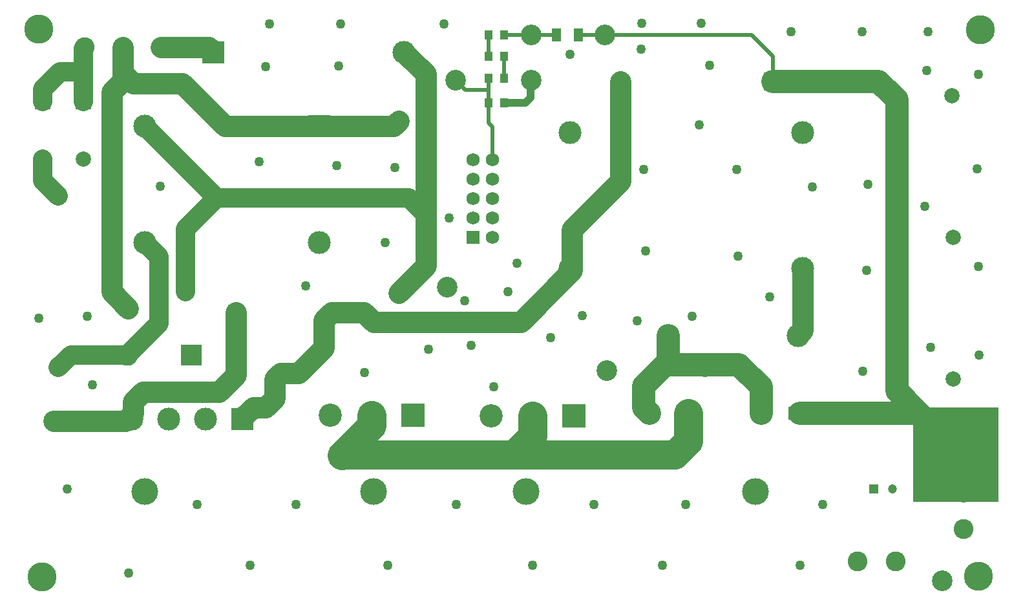
<source format=gtl>
G04 Layer_Physical_Order=1*
G04 Layer_Color=255*
%FSLAX25Y25*%
%MOIN*%
G70*
G01*
G75*
%ADD10R,0.04000X0.05000*%
%ADD11R,0.04528X0.06890*%
%ADD12C,0.11000*%
%ADD13C,0.04000*%
%ADD14C,0.02000*%
%ADD15C,0.12000*%
%ADD16C,0.15000*%
%ADD17C,0.10000*%
%ADD18R,0.44000X0.49000*%
%ADD19R,0.07874X0.07874*%
%ADD20C,0.07874*%
%ADD21C,0.10630*%
%ADD22C,0.09646*%
%ADD23R,0.09646X0.09646*%
%ADD24C,0.06890*%
%ADD25R,0.06890X0.06890*%
%ADD26C,0.15000*%
%ADD27C,0.11811*%
%ADD28R,0.07874X0.07874*%
%ADD29C,0.10236*%
%ADD30C,0.04724*%
%ADD31R,0.04724X0.04724*%
%ADD32R,0.11811X0.11811*%
%ADD33O,0.12000X0.06969*%
%ADD34R,0.12000X0.06969*%
%ADD35C,0.11969*%
%ADD36R,0.11969X0.11969*%
%ADD37C,0.06299*%
%ADD38R,0.06299X0.06299*%
%ADD39C,0.11024*%
%ADD40R,0.11024X0.11024*%
%ADD41C,0.13780*%
%ADD42C,0.05000*%
D10*
X375000Y364500D02*
D03*
X367000D02*
D03*
Y377000D02*
D03*
X375000D02*
D03*
X367000Y388500D02*
D03*
X375000D02*
D03*
Y399500D02*
D03*
X367000D02*
D03*
D11*
X413110D02*
D03*
X401890D02*
D03*
D12*
X302500Y256500D02*
X307500Y251500D01*
X228000Y215500D02*
X236500Y224000D01*
X188500Y215500D02*
X228000D01*
X183453Y210453D02*
X188500Y215500D01*
X236500Y224000D02*
Y256500D01*
X295555D02*
X302500D01*
X286000D02*
X295555D01*
X282000Y252500D02*
X286000Y256500D01*
X282000Y238000D02*
Y252500D01*
X269000Y225000D02*
X282000Y238000D01*
X197870Y393000D02*
X222500D01*
X225000Y390500D01*
X178185Y379815D02*
Y393000D01*
Y379815D02*
X183500Y374500D01*
X209000D01*
X231000Y352500D01*
X279500D01*
X317917D01*
X320500Y355083D01*
X323425Y390500D02*
X334500Y379425D01*
Y280500D02*
Y379425D01*
X320500Y266500D02*
X334500Y280500D01*
X178185Y375685D02*
Y379815D01*
X172500Y370000D02*
X178185Y375685D01*
X172500Y267000D02*
Y370000D01*
Y267000D02*
X181000Y258500D01*
X183453Y204500D02*
Y210453D01*
X179453Y200500D02*
X183453Y204500D01*
X142500Y200500D02*
X179453D01*
X256500Y212000D02*
Y222000D01*
X259500Y225000D01*
X269000D01*
X245500Y207500D02*
X252000D01*
X256500Y212000D01*
X240000Y201500D02*
Y202000D01*
X245500Y207500D01*
X435000Y324000D02*
Y375500D01*
X410000Y299000D02*
X435000Y324000D01*
X307500Y251500D02*
X383500D01*
X410000Y278000D01*
Y299000D01*
X529000Y247000D02*
Y278500D01*
X526500Y244500D02*
X529000Y247000D01*
D13*
X388500Y367000D02*
Y376000D01*
X386000Y364500D02*
X388500Y367000D01*
X375000Y364500D02*
X386000D01*
D14*
X367000Y354000D02*
Y364500D01*
Y354000D02*
X369000Y352000D01*
Y335000D02*
Y352000D01*
X367000Y371000D02*
Y377000D01*
Y364500D02*
Y371000D01*
X355000D02*
X367000D01*
X350000Y376000D02*
X355000Y371000D01*
X375000Y376000D02*
Y388500D01*
X367000Y387500D02*
Y399500D01*
X375000D02*
X401890D01*
X416000D02*
X502500D01*
X513740Y375500D02*
Y388260D01*
X502500Y399500D02*
X513740Y388260D01*
D15*
X507500Y204500D02*
Y218000D01*
X527500Y204500D02*
X589000D01*
X577500Y216000D02*
Y366000D01*
X589000Y204500D02*
X612000Y181500D01*
X577500Y216000D02*
X589000Y204500D01*
X513740Y375500D02*
X568000D01*
X612000Y164500D02*
Y181500D01*
X568000Y375500D02*
X575500Y368000D01*
X577500Y366000D01*
X447000Y207500D02*
X450000Y204500D01*
X496000Y229500D02*
X507500Y218000D01*
X447000Y207500D02*
Y218500D01*
X458000Y229500D02*
X496000D01*
X459571Y231071D02*
Y244500D01*
X447000Y218500D02*
X459571Y231071D01*
D16*
X380000Y183000D02*
X463000D01*
X470000Y190000D01*
Y204500D01*
X380000Y183000D02*
X389622Y192622D01*
Y203000D01*
X293000Y183000D02*
X380000D01*
X306622Y198122D02*
Y203500D01*
X291250Y182750D02*
X306622Y198122D01*
D17*
X151583Y234500D02*
X180705D01*
X145000Y227917D02*
X151583Y234500D01*
X189500Y292500D02*
X197000Y285000D01*
Y250795D02*
Y285000D01*
X180705Y234500D02*
X197000Y250795D01*
X137000Y324500D02*
Y335472D01*
Y324500D02*
X145000Y316500D01*
X189500Y352500D02*
X226500Y315500D01*
X326000D01*
X334000Y307500D01*
X158000Y392500D02*
X158500Y393000D01*
X137000Y371500D02*
X146000Y380500D01*
X137000Y365000D02*
Y371500D01*
X158000Y365000D02*
Y380500D01*
Y392500D01*
X146000Y380500D02*
X158000D01*
X210528Y299528D02*
X226500Y315500D01*
X210528Y267161D02*
Y299528D01*
D18*
X608000Y183000D02*
D03*
D19*
X576000Y222000D02*
D03*
Y295000D02*
D03*
X575500Y368000D02*
D03*
X181000Y258500D02*
D03*
X236500Y256500D02*
D03*
D20*
X606512Y222000D02*
D03*
Y295000D02*
D03*
X606012Y368000D02*
D03*
X137000Y335472D02*
D03*
X210528Y267161D02*
D03*
X158000Y335472D02*
D03*
X295555Y256500D02*
D03*
D21*
X142500Y200500D02*
D03*
X427000Y399500D02*
D03*
X350000Y376000D02*
D03*
X345500Y269500D02*
D03*
X389000Y376000D02*
D03*
Y399500D02*
D03*
X478500Y228500D02*
D03*
X623000Y185000D02*
D03*
X601000Y118000D02*
D03*
X269000Y225000D02*
D03*
X428000Y226500D02*
D03*
D22*
X435000Y375500D02*
D03*
D23*
X513740D02*
D03*
D24*
X359000Y335000D02*
D03*
Y325000D02*
D03*
Y315000D02*
D03*
Y305000D02*
D03*
X369000Y335000D02*
D03*
Y325000D02*
D03*
Y315000D02*
D03*
Y305000D02*
D03*
Y295000D02*
D03*
D25*
X359000D02*
D03*
D26*
X135000Y402500D02*
D03*
X136500Y120000D02*
D03*
X619500Y120500D02*
D03*
X620500Y402000D02*
D03*
D27*
X409000Y279000D02*
D03*
X529000D02*
D03*
Y349079D02*
D03*
X409000D02*
D03*
X189500Y352500D02*
D03*
Y292500D02*
D03*
X279500D02*
D03*
X182953Y201500D02*
D03*
X220984D02*
D03*
X201969D02*
D03*
X459571Y244500D02*
D03*
X526500D02*
D03*
X323425Y390500D02*
D03*
D28*
X137000Y365000D02*
D03*
X158000D02*
D03*
D29*
X612000Y164500D02*
D03*
Y144815D02*
D03*
X577000Y128000D02*
D03*
X557315D02*
D03*
X158500Y393000D02*
D03*
X178185D02*
D03*
X197870D02*
D03*
D30*
X575343Y165500D02*
D03*
D31*
X565500D02*
D03*
D32*
X279500Y352500D02*
D03*
X240000Y201500D02*
D03*
X225000Y390500D02*
D03*
D33*
X507500Y204500D02*
D03*
X450000D02*
D03*
D34*
X527500D02*
D03*
X470000D02*
D03*
D35*
X368244Y203000D02*
D03*
X389622D02*
D03*
X285244Y203500D02*
D03*
X306622D02*
D03*
D36*
X411000Y203000D02*
D03*
X328000Y203500D02*
D03*
D37*
X145000Y227917D02*
D03*
X320500Y355083D02*
D03*
D38*
X145000Y316500D02*
D03*
X320500Y266500D02*
D03*
D39*
X180705Y234500D02*
D03*
D40*
X213500D02*
D03*
D41*
X307630Y164000D02*
D03*
X189520D02*
D03*
X386370D02*
D03*
X504480D02*
D03*
D42*
X369604Y218014D02*
D03*
X354500Y262500D02*
D03*
X358000Y239500D02*
D03*
X346500Y305000D02*
D03*
X336000Y237500D02*
D03*
X377000Y267000D02*
D03*
X399000Y243500D02*
D03*
X303000Y225500D02*
D03*
X495000Y330000D02*
D03*
X447000D02*
D03*
X448000Y288000D02*
D03*
X495500Y285500D02*
D03*
X593500Y401000D02*
D03*
X559500D02*
D03*
X523000D02*
D03*
X476500Y405500D02*
D03*
X446000D02*
D03*
X445500Y392000D02*
D03*
X480890Y383785D02*
D03*
X475500Y353000D02*
D03*
X619500Y379000D02*
D03*
X619000Y330500D02*
D03*
X619500Y280000D02*
D03*
X620000Y234500D02*
D03*
X534000Y321000D02*
D03*
X562500Y322500D02*
D03*
X592000Y311000D02*
D03*
X593000Y381000D02*
D03*
X595000Y238500D02*
D03*
X562000Y278000D02*
D03*
X512000Y264500D02*
D03*
X472000Y254500D02*
D03*
X443500Y252000D02*
D03*
X560000Y226000D02*
D03*
X409000Y389500D02*
D03*
X344000Y405000D02*
D03*
X290500D02*
D03*
X254000D02*
D03*
X289500Y383500D02*
D03*
X252000Y383000D02*
D03*
X318500Y331000D02*
D03*
X288500Y332000D02*
D03*
X248500Y334000D02*
D03*
X162500Y219000D02*
D03*
X160000Y254500D02*
D03*
X135000Y253500D02*
D03*
X197500Y321500D02*
D03*
X313500Y292500D02*
D03*
X272500Y270000D02*
D03*
X539370Y157480D02*
D03*
X468504D02*
D03*
X421260D02*
D03*
X350394D02*
D03*
X267717D02*
D03*
X216535D02*
D03*
X181102Y122047D02*
D03*
X244094Y125984D02*
D03*
X314961D02*
D03*
X389764D02*
D03*
X456693D02*
D03*
X527559D02*
D03*
X149606Y165354D02*
D03*
X415354Y254724D02*
D03*
X381496Y281890D02*
D03*
M02*

</source>
